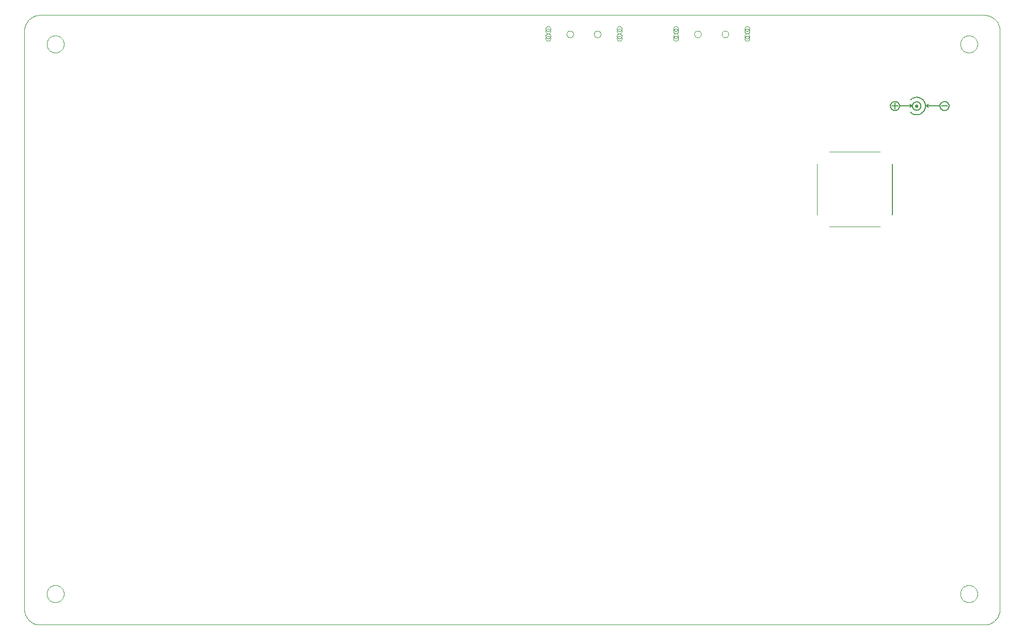
<source format=gbo>
G75*
%MOIN*%
%OFA0B0*%
%FSLAX24Y24*%
%IPPOS*%
%LPD*%
%AMOC8*
5,1,8,0,0,1.08239X$1,22.5*
%
%ADD10C,0.0000*%
%ADD11C,0.0050*%
%ADD12C,0.0080*%
D10*
X000350Y001350D02*
X000350Y038720D01*
X000352Y038780D01*
X000357Y038841D01*
X000366Y038900D01*
X000379Y038959D01*
X000395Y039018D01*
X000415Y039075D01*
X000438Y039130D01*
X000465Y039185D01*
X000494Y039237D01*
X000527Y039288D01*
X000563Y039337D01*
X000601Y039383D01*
X000643Y039427D01*
X000687Y039469D01*
X000733Y039507D01*
X000782Y039543D01*
X000833Y039576D01*
X000885Y039605D01*
X000940Y039632D01*
X000995Y039655D01*
X001052Y039675D01*
X001111Y039691D01*
X001170Y039704D01*
X001229Y039713D01*
X001290Y039718D01*
X001350Y039720D01*
X062342Y039720D01*
X062402Y039718D01*
X062463Y039713D01*
X062522Y039704D01*
X062581Y039691D01*
X062640Y039675D01*
X062697Y039655D01*
X062752Y039632D01*
X062807Y039605D01*
X062859Y039576D01*
X062910Y039543D01*
X062959Y039507D01*
X063005Y039469D01*
X063049Y039427D01*
X063091Y039383D01*
X063129Y039337D01*
X063165Y039288D01*
X063198Y039237D01*
X063227Y039185D01*
X063254Y039130D01*
X063277Y039075D01*
X063297Y039018D01*
X063313Y038959D01*
X063326Y038900D01*
X063335Y038841D01*
X063340Y038780D01*
X063342Y038720D01*
X063342Y001350D01*
X063340Y001290D01*
X063335Y001229D01*
X063326Y001170D01*
X063313Y001111D01*
X063297Y001052D01*
X063277Y000995D01*
X063254Y000940D01*
X063227Y000885D01*
X063198Y000833D01*
X063165Y000782D01*
X063129Y000733D01*
X063091Y000687D01*
X063049Y000643D01*
X063005Y000601D01*
X062959Y000563D01*
X062910Y000527D01*
X062859Y000494D01*
X062807Y000465D01*
X062752Y000438D01*
X062697Y000415D01*
X062640Y000395D01*
X062581Y000379D01*
X062522Y000366D01*
X062463Y000357D01*
X062402Y000352D01*
X062342Y000350D01*
X001350Y000350D01*
X001290Y000352D01*
X001229Y000357D01*
X001170Y000366D01*
X001111Y000379D01*
X001052Y000395D01*
X000995Y000415D01*
X000940Y000438D01*
X000885Y000465D01*
X000833Y000494D01*
X000782Y000527D01*
X000733Y000563D01*
X000687Y000601D01*
X000643Y000643D01*
X000601Y000687D01*
X000563Y000733D01*
X000527Y000782D01*
X000494Y000833D01*
X000465Y000885D01*
X000438Y000940D01*
X000415Y000995D01*
X000395Y001052D01*
X000379Y001111D01*
X000366Y001170D01*
X000357Y001229D01*
X000352Y001290D01*
X000350Y001350D01*
X001799Y002350D02*
X001801Y002397D01*
X001807Y002443D01*
X001817Y002489D01*
X001830Y002534D01*
X001848Y002577D01*
X001869Y002619D01*
X001893Y002659D01*
X001921Y002696D01*
X001952Y002731D01*
X001986Y002764D01*
X002022Y002793D01*
X002061Y002819D01*
X002102Y002842D01*
X002145Y002861D01*
X002189Y002877D01*
X002234Y002889D01*
X002280Y002897D01*
X002327Y002901D01*
X002373Y002901D01*
X002420Y002897D01*
X002466Y002889D01*
X002511Y002877D01*
X002555Y002861D01*
X002598Y002842D01*
X002639Y002819D01*
X002678Y002793D01*
X002714Y002764D01*
X002748Y002731D01*
X002779Y002696D01*
X002807Y002659D01*
X002831Y002619D01*
X002852Y002577D01*
X002870Y002534D01*
X002883Y002489D01*
X002893Y002443D01*
X002899Y002397D01*
X002901Y002350D01*
X002899Y002303D01*
X002893Y002257D01*
X002883Y002211D01*
X002870Y002166D01*
X002852Y002123D01*
X002831Y002081D01*
X002807Y002041D01*
X002779Y002004D01*
X002748Y001969D01*
X002714Y001936D01*
X002678Y001907D01*
X002639Y001881D01*
X002598Y001858D01*
X002555Y001839D01*
X002511Y001823D01*
X002466Y001811D01*
X002420Y001803D01*
X002373Y001799D01*
X002327Y001799D01*
X002280Y001803D01*
X002234Y001811D01*
X002189Y001823D01*
X002145Y001839D01*
X002102Y001858D01*
X002061Y001881D01*
X002022Y001907D01*
X001986Y001936D01*
X001952Y001969D01*
X001921Y002004D01*
X001893Y002041D01*
X001869Y002081D01*
X001848Y002123D01*
X001830Y002166D01*
X001817Y002211D01*
X001807Y002257D01*
X001801Y002303D01*
X001799Y002350D01*
X001799Y037850D02*
X001801Y037897D01*
X001807Y037943D01*
X001817Y037989D01*
X001830Y038034D01*
X001848Y038077D01*
X001869Y038119D01*
X001893Y038159D01*
X001921Y038196D01*
X001952Y038231D01*
X001986Y038264D01*
X002022Y038293D01*
X002061Y038319D01*
X002102Y038342D01*
X002145Y038361D01*
X002189Y038377D01*
X002234Y038389D01*
X002280Y038397D01*
X002327Y038401D01*
X002373Y038401D01*
X002420Y038397D01*
X002466Y038389D01*
X002511Y038377D01*
X002555Y038361D01*
X002598Y038342D01*
X002639Y038319D01*
X002678Y038293D01*
X002714Y038264D01*
X002748Y038231D01*
X002779Y038196D01*
X002807Y038159D01*
X002831Y038119D01*
X002852Y038077D01*
X002870Y038034D01*
X002883Y037989D01*
X002893Y037943D01*
X002899Y037897D01*
X002901Y037850D01*
X002899Y037803D01*
X002893Y037757D01*
X002883Y037711D01*
X002870Y037666D01*
X002852Y037623D01*
X002831Y037581D01*
X002807Y037541D01*
X002779Y037504D01*
X002748Y037469D01*
X002714Y037436D01*
X002678Y037407D01*
X002639Y037381D01*
X002598Y037358D01*
X002555Y037339D01*
X002511Y037323D01*
X002466Y037311D01*
X002420Y037303D01*
X002373Y037299D01*
X002327Y037299D01*
X002280Y037303D01*
X002234Y037311D01*
X002189Y037323D01*
X002145Y037339D01*
X002102Y037358D01*
X002061Y037381D01*
X002022Y037407D01*
X001986Y037436D01*
X001952Y037469D01*
X001921Y037504D01*
X001893Y037541D01*
X001869Y037581D01*
X001848Y037623D01*
X001830Y037666D01*
X001817Y037711D01*
X001807Y037757D01*
X001801Y037803D01*
X001799Y037850D01*
X034015Y038209D02*
X034017Y038234D01*
X034023Y038258D01*
X034032Y038280D01*
X034045Y038301D01*
X034061Y038320D01*
X034080Y038336D01*
X034101Y038349D01*
X034123Y038358D01*
X034147Y038364D01*
X034172Y038366D01*
X034197Y038364D01*
X034221Y038358D01*
X034243Y038349D01*
X034264Y038336D01*
X034283Y038320D01*
X034299Y038301D01*
X034312Y038280D01*
X034321Y038258D01*
X034327Y038234D01*
X034329Y038209D01*
X034327Y038184D01*
X034321Y038160D01*
X034312Y038138D01*
X034299Y038117D01*
X034283Y038098D01*
X034264Y038082D01*
X034243Y038069D01*
X034221Y038060D01*
X034197Y038054D01*
X034172Y038052D01*
X034147Y038054D01*
X034123Y038060D01*
X034101Y038069D01*
X034080Y038082D01*
X034061Y038098D01*
X034045Y038117D01*
X034032Y038138D01*
X034023Y038160D01*
X034017Y038184D01*
X034015Y038209D01*
X034015Y038367D02*
X034017Y038392D01*
X034023Y038416D01*
X034032Y038438D01*
X034045Y038459D01*
X034061Y038478D01*
X034080Y038494D01*
X034101Y038507D01*
X034123Y038516D01*
X034147Y038522D01*
X034172Y038524D01*
X034197Y038522D01*
X034221Y038516D01*
X034243Y038507D01*
X034264Y038494D01*
X034283Y038478D01*
X034299Y038459D01*
X034312Y038438D01*
X034321Y038416D01*
X034327Y038392D01*
X034329Y038367D01*
X034327Y038342D01*
X034321Y038318D01*
X034312Y038296D01*
X034299Y038275D01*
X034283Y038256D01*
X034264Y038240D01*
X034243Y038227D01*
X034221Y038218D01*
X034197Y038212D01*
X034172Y038210D01*
X034147Y038212D01*
X034123Y038218D01*
X034101Y038227D01*
X034080Y038240D01*
X034061Y038256D01*
X034045Y038275D01*
X034032Y038296D01*
X034023Y038318D01*
X034017Y038342D01*
X034015Y038367D01*
X034015Y038682D02*
X034017Y038707D01*
X034023Y038731D01*
X034032Y038753D01*
X034045Y038774D01*
X034061Y038793D01*
X034080Y038809D01*
X034101Y038822D01*
X034123Y038831D01*
X034147Y038837D01*
X034172Y038839D01*
X034197Y038837D01*
X034221Y038831D01*
X034243Y038822D01*
X034264Y038809D01*
X034283Y038793D01*
X034299Y038774D01*
X034312Y038753D01*
X034321Y038731D01*
X034327Y038707D01*
X034329Y038682D01*
X034327Y038657D01*
X034321Y038633D01*
X034312Y038611D01*
X034299Y038590D01*
X034283Y038571D01*
X034264Y038555D01*
X034243Y038542D01*
X034221Y038533D01*
X034197Y038527D01*
X034172Y038525D01*
X034147Y038527D01*
X034123Y038533D01*
X034101Y038542D01*
X034080Y038555D01*
X034061Y038571D01*
X034045Y038590D01*
X034032Y038611D01*
X034023Y038633D01*
X034017Y038657D01*
X034015Y038682D01*
X034015Y038839D02*
X034017Y038864D01*
X034023Y038888D01*
X034032Y038910D01*
X034045Y038931D01*
X034061Y038950D01*
X034080Y038966D01*
X034101Y038979D01*
X034123Y038988D01*
X034147Y038994D01*
X034172Y038996D01*
X034197Y038994D01*
X034221Y038988D01*
X034243Y038979D01*
X034264Y038966D01*
X034283Y038950D01*
X034299Y038931D01*
X034312Y038910D01*
X034321Y038888D01*
X034327Y038864D01*
X034329Y038839D01*
X034327Y038814D01*
X034321Y038790D01*
X034312Y038768D01*
X034299Y038747D01*
X034283Y038728D01*
X034264Y038712D01*
X034243Y038699D01*
X034221Y038690D01*
X034197Y038684D01*
X034172Y038682D01*
X034147Y038684D01*
X034123Y038690D01*
X034101Y038699D01*
X034080Y038712D01*
X034061Y038728D01*
X034045Y038747D01*
X034032Y038768D01*
X034023Y038790D01*
X034017Y038814D01*
X034015Y038839D01*
X035372Y038497D02*
X035374Y038526D01*
X035380Y038554D01*
X035389Y038582D01*
X035402Y038608D01*
X035419Y038631D01*
X035438Y038653D01*
X035460Y038672D01*
X035485Y038687D01*
X035511Y038700D01*
X035539Y038708D01*
X035567Y038713D01*
X035596Y038714D01*
X035625Y038711D01*
X035653Y038704D01*
X035680Y038694D01*
X035706Y038680D01*
X035729Y038663D01*
X035750Y038643D01*
X035768Y038620D01*
X035783Y038595D01*
X035794Y038568D01*
X035802Y038540D01*
X035806Y038511D01*
X035806Y038483D01*
X035802Y038454D01*
X035794Y038426D01*
X035783Y038399D01*
X035768Y038374D01*
X035750Y038351D01*
X035729Y038331D01*
X035706Y038314D01*
X035680Y038300D01*
X035653Y038290D01*
X035625Y038283D01*
X035596Y038280D01*
X035567Y038281D01*
X035539Y038286D01*
X035511Y038294D01*
X035485Y038307D01*
X035460Y038322D01*
X035438Y038341D01*
X035419Y038363D01*
X035402Y038386D01*
X035389Y038412D01*
X035380Y038440D01*
X035374Y038468D01*
X035372Y038497D01*
X037144Y038497D02*
X037146Y038526D01*
X037152Y038554D01*
X037161Y038582D01*
X037174Y038608D01*
X037191Y038631D01*
X037210Y038653D01*
X037232Y038672D01*
X037257Y038687D01*
X037283Y038700D01*
X037311Y038708D01*
X037339Y038713D01*
X037368Y038714D01*
X037397Y038711D01*
X037425Y038704D01*
X037452Y038694D01*
X037478Y038680D01*
X037501Y038663D01*
X037522Y038643D01*
X037540Y038620D01*
X037555Y038595D01*
X037566Y038568D01*
X037574Y038540D01*
X037578Y038511D01*
X037578Y038483D01*
X037574Y038454D01*
X037566Y038426D01*
X037555Y038399D01*
X037540Y038374D01*
X037522Y038351D01*
X037501Y038331D01*
X037478Y038314D01*
X037452Y038300D01*
X037425Y038290D01*
X037397Y038283D01*
X037368Y038280D01*
X037339Y038281D01*
X037311Y038286D01*
X037283Y038294D01*
X037257Y038307D01*
X037232Y038322D01*
X037210Y038341D01*
X037191Y038363D01*
X037174Y038386D01*
X037161Y038412D01*
X037152Y038440D01*
X037146Y038468D01*
X037144Y038497D01*
X038621Y038367D02*
X038623Y038392D01*
X038629Y038416D01*
X038638Y038438D01*
X038651Y038459D01*
X038667Y038478D01*
X038686Y038494D01*
X038707Y038507D01*
X038729Y038516D01*
X038753Y038522D01*
X038778Y038524D01*
X038803Y038522D01*
X038827Y038516D01*
X038849Y038507D01*
X038870Y038494D01*
X038889Y038478D01*
X038905Y038459D01*
X038918Y038438D01*
X038927Y038416D01*
X038933Y038392D01*
X038935Y038367D01*
X038933Y038342D01*
X038927Y038318D01*
X038918Y038296D01*
X038905Y038275D01*
X038889Y038256D01*
X038870Y038240D01*
X038849Y038227D01*
X038827Y038218D01*
X038803Y038212D01*
X038778Y038210D01*
X038753Y038212D01*
X038729Y038218D01*
X038707Y038227D01*
X038686Y038240D01*
X038667Y038256D01*
X038651Y038275D01*
X038638Y038296D01*
X038629Y038318D01*
X038623Y038342D01*
X038621Y038367D01*
X038621Y038209D02*
X038623Y038234D01*
X038629Y038258D01*
X038638Y038280D01*
X038651Y038301D01*
X038667Y038320D01*
X038686Y038336D01*
X038707Y038349D01*
X038729Y038358D01*
X038753Y038364D01*
X038778Y038366D01*
X038803Y038364D01*
X038827Y038358D01*
X038849Y038349D01*
X038870Y038336D01*
X038889Y038320D01*
X038905Y038301D01*
X038918Y038280D01*
X038927Y038258D01*
X038933Y038234D01*
X038935Y038209D01*
X038933Y038184D01*
X038927Y038160D01*
X038918Y038138D01*
X038905Y038117D01*
X038889Y038098D01*
X038870Y038082D01*
X038849Y038069D01*
X038827Y038060D01*
X038803Y038054D01*
X038778Y038052D01*
X038753Y038054D01*
X038729Y038060D01*
X038707Y038069D01*
X038686Y038082D01*
X038667Y038098D01*
X038651Y038117D01*
X038638Y038138D01*
X038629Y038160D01*
X038623Y038184D01*
X038621Y038209D01*
X038621Y038682D02*
X038623Y038707D01*
X038629Y038731D01*
X038638Y038753D01*
X038651Y038774D01*
X038667Y038793D01*
X038686Y038809D01*
X038707Y038822D01*
X038729Y038831D01*
X038753Y038837D01*
X038778Y038839D01*
X038803Y038837D01*
X038827Y038831D01*
X038849Y038822D01*
X038870Y038809D01*
X038889Y038793D01*
X038905Y038774D01*
X038918Y038753D01*
X038927Y038731D01*
X038933Y038707D01*
X038935Y038682D01*
X038933Y038657D01*
X038927Y038633D01*
X038918Y038611D01*
X038905Y038590D01*
X038889Y038571D01*
X038870Y038555D01*
X038849Y038542D01*
X038827Y038533D01*
X038803Y038527D01*
X038778Y038525D01*
X038753Y038527D01*
X038729Y038533D01*
X038707Y038542D01*
X038686Y038555D01*
X038667Y038571D01*
X038651Y038590D01*
X038638Y038611D01*
X038629Y038633D01*
X038623Y038657D01*
X038621Y038682D01*
X038621Y038839D02*
X038623Y038864D01*
X038629Y038888D01*
X038638Y038910D01*
X038651Y038931D01*
X038667Y038950D01*
X038686Y038966D01*
X038707Y038979D01*
X038729Y038988D01*
X038753Y038994D01*
X038778Y038996D01*
X038803Y038994D01*
X038827Y038988D01*
X038849Y038979D01*
X038870Y038966D01*
X038889Y038950D01*
X038905Y038931D01*
X038918Y038910D01*
X038927Y038888D01*
X038933Y038864D01*
X038935Y038839D01*
X038933Y038814D01*
X038927Y038790D01*
X038918Y038768D01*
X038905Y038747D01*
X038889Y038728D01*
X038870Y038712D01*
X038849Y038699D01*
X038827Y038690D01*
X038803Y038684D01*
X038778Y038682D01*
X038753Y038684D01*
X038729Y038690D01*
X038707Y038699D01*
X038686Y038712D01*
X038667Y038728D01*
X038651Y038747D01*
X038638Y038768D01*
X038629Y038790D01*
X038623Y038814D01*
X038621Y038839D01*
X042265Y038839D02*
X042267Y038864D01*
X042273Y038888D01*
X042282Y038910D01*
X042295Y038931D01*
X042311Y038950D01*
X042330Y038966D01*
X042351Y038979D01*
X042373Y038988D01*
X042397Y038994D01*
X042422Y038996D01*
X042447Y038994D01*
X042471Y038988D01*
X042493Y038979D01*
X042514Y038966D01*
X042533Y038950D01*
X042549Y038931D01*
X042562Y038910D01*
X042571Y038888D01*
X042577Y038864D01*
X042579Y038839D01*
X042577Y038814D01*
X042571Y038790D01*
X042562Y038768D01*
X042549Y038747D01*
X042533Y038728D01*
X042514Y038712D01*
X042493Y038699D01*
X042471Y038690D01*
X042447Y038684D01*
X042422Y038682D01*
X042397Y038684D01*
X042373Y038690D01*
X042351Y038699D01*
X042330Y038712D01*
X042311Y038728D01*
X042295Y038747D01*
X042282Y038768D01*
X042273Y038790D01*
X042267Y038814D01*
X042265Y038839D01*
X042265Y038682D02*
X042267Y038707D01*
X042273Y038731D01*
X042282Y038753D01*
X042295Y038774D01*
X042311Y038793D01*
X042330Y038809D01*
X042351Y038822D01*
X042373Y038831D01*
X042397Y038837D01*
X042422Y038839D01*
X042447Y038837D01*
X042471Y038831D01*
X042493Y038822D01*
X042514Y038809D01*
X042533Y038793D01*
X042549Y038774D01*
X042562Y038753D01*
X042571Y038731D01*
X042577Y038707D01*
X042579Y038682D01*
X042577Y038657D01*
X042571Y038633D01*
X042562Y038611D01*
X042549Y038590D01*
X042533Y038571D01*
X042514Y038555D01*
X042493Y038542D01*
X042471Y038533D01*
X042447Y038527D01*
X042422Y038525D01*
X042397Y038527D01*
X042373Y038533D01*
X042351Y038542D01*
X042330Y038555D01*
X042311Y038571D01*
X042295Y038590D01*
X042282Y038611D01*
X042273Y038633D01*
X042267Y038657D01*
X042265Y038682D01*
X042265Y038367D02*
X042267Y038392D01*
X042273Y038416D01*
X042282Y038438D01*
X042295Y038459D01*
X042311Y038478D01*
X042330Y038494D01*
X042351Y038507D01*
X042373Y038516D01*
X042397Y038522D01*
X042422Y038524D01*
X042447Y038522D01*
X042471Y038516D01*
X042493Y038507D01*
X042514Y038494D01*
X042533Y038478D01*
X042549Y038459D01*
X042562Y038438D01*
X042571Y038416D01*
X042577Y038392D01*
X042579Y038367D01*
X042577Y038342D01*
X042571Y038318D01*
X042562Y038296D01*
X042549Y038275D01*
X042533Y038256D01*
X042514Y038240D01*
X042493Y038227D01*
X042471Y038218D01*
X042447Y038212D01*
X042422Y038210D01*
X042397Y038212D01*
X042373Y038218D01*
X042351Y038227D01*
X042330Y038240D01*
X042311Y038256D01*
X042295Y038275D01*
X042282Y038296D01*
X042273Y038318D01*
X042267Y038342D01*
X042265Y038367D01*
X042265Y038209D02*
X042267Y038234D01*
X042273Y038258D01*
X042282Y038280D01*
X042295Y038301D01*
X042311Y038320D01*
X042330Y038336D01*
X042351Y038349D01*
X042373Y038358D01*
X042397Y038364D01*
X042422Y038366D01*
X042447Y038364D01*
X042471Y038358D01*
X042493Y038349D01*
X042514Y038336D01*
X042533Y038320D01*
X042549Y038301D01*
X042562Y038280D01*
X042571Y038258D01*
X042577Y038234D01*
X042579Y038209D01*
X042577Y038184D01*
X042571Y038160D01*
X042562Y038138D01*
X042549Y038117D01*
X042533Y038098D01*
X042514Y038082D01*
X042493Y038069D01*
X042471Y038060D01*
X042447Y038054D01*
X042422Y038052D01*
X042397Y038054D01*
X042373Y038060D01*
X042351Y038069D01*
X042330Y038082D01*
X042311Y038098D01*
X042295Y038117D01*
X042282Y038138D01*
X042273Y038160D01*
X042267Y038184D01*
X042265Y038209D01*
X043622Y038497D02*
X043624Y038526D01*
X043630Y038554D01*
X043639Y038582D01*
X043652Y038608D01*
X043669Y038631D01*
X043688Y038653D01*
X043710Y038672D01*
X043735Y038687D01*
X043761Y038700D01*
X043789Y038708D01*
X043817Y038713D01*
X043846Y038714D01*
X043875Y038711D01*
X043903Y038704D01*
X043930Y038694D01*
X043956Y038680D01*
X043979Y038663D01*
X044000Y038643D01*
X044018Y038620D01*
X044033Y038595D01*
X044044Y038568D01*
X044052Y038540D01*
X044056Y038511D01*
X044056Y038483D01*
X044052Y038454D01*
X044044Y038426D01*
X044033Y038399D01*
X044018Y038374D01*
X044000Y038351D01*
X043979Y038331D01*
X043956Y038314D01*
X043930Y038300D01*
X043903Y038290D01*
X043875Y038283D01*
X043846Y038280D01*
X043817Y038281D01*
X043789Y038286D01*
X043761Y038294D01*
X043735Y038307D01*
X043710Y038322D01*
X043688Y038341D01*
X043669Y038363D01*
X043652Y038386D01*
X043639Y038412D01*
X043630Y038440D01*
X043624Y038468D01*
X043622Y038497D01*
X045394Y038497D02*
X045396Y038526D01*
X045402Y038554D01*
X045411Y038582D01*
X045424Y038608D01*
X045441Y038631D01*
X045460Y038653D01*
X045482Y038672D01*
X045507Y038687D01*
X045533Y038700D01*
X045561Y038708D01*
X045589Y038713D01*
X045618Y038714D01*
X045647Y038711D01*
X045675Y038704D01*
X045702Y038694D01*
X045728Y038680D01*
X045751Y038663D01*
X045772Y038643D01*
X045790Y038620D01*
X045805Y038595D01*
X045816Y038568D01*
X045824Y038540D01*
X045828Y038511D01*
X045828Y038483D01*
X045824Y038454D01*
X045816Y038426D01*
X045805Y038399D01*
X045790Y038374D01*
X045772Y038351D01*
X045751Y038331D01*
X045728Y038314D01*
X045702Y038300D01*
X045675Y038290D01*
X045647Y038283D01*
X045618Y038280D01*
X045589Y038281D01*
X045561Y038286D01*
X045533Y038294D01*
X045507Y038307D01*
X045482Y038322D01*
X045460Y038341D01*
X045441Y038363D01*
X045424Y038386D01*
X045411Y038412D01*
X045402Y038440D01*
X045396Y038468D01*
X045394Y038497D01*
X046871Y038367D02*
X046873Y038392D01*
X046879Y038416D01*
X046888Y038438D01*
X046901Y038459D01*
X046917Y038478D01*
X046936Y038494D01*
X046957Y038507D01*
X046979Y038516D01*
X047003Y038522D01*
X047028Y038524D01*
X047053Y038522D01*
X047077Y038516D01*
X047099Y038507D01*
X047120Y038494D01*
X047139Y038478D01*
X047155Y038459D01*
X047168Y038438D01*
X047177Y038416D01*
X047183Y038392D01*
X047185Y038367D01*
X047183Y038342D01*
X047177Y038318D01*
X047168Y038296D01*
X047155Y038275D01*
X047139Y038256D01*
X047120Y038240D01*
X047099Y038227D01*
X047077Y038218D01*
X047053Y038212D01*
X047028Y038210D01*
X047003Y038212D01*
X046979Y038218D01*
X046957Y038227D01*
X046936Y038240D01*
X046917Y038256D01*
X046901Y038275D01*
X046888Y038296D01*
X046879Y038318D01*
X046873Y038342D01*
X046871Y038367D01*
X046871Y038209D02*
X046873Y038234D01*
X046879Y038258D01*
X046888Y038280D01*
X046901Y038301D01*
X046917Y038320D01*
X046936Y038336D01*
X046957Y038349D01*
X046979Y038358D01*
X047003Y038364D01*
X047028Y038366D01*
X047053Y038364D01*
X047077Y038358D01*
X047099Y038349D01*
X047120Y038336D01*
X047139Y038320D01*
X047155Y038301D01*
X047168Y038280D01*
X047177Y038258D01*
X047183Y038234D01*
X047185Y038209D01*
X047183Y038184D01*
X047177Y038160D01*
X047168Y038138D01*
X047155Y038117D01*
X047139Y038098D01*
X047120Y038082D01*
X047099Y038069D01*
X047077Y038060D01*
X047053Y038054D01*
X047028Y038052D01*
X047003Y038054D01*
X046979Y038060D01*
X046957Y038069D01*
X046936Y038082D01*
X046917Y038098D01*
X046901Y038117D01*
X046888Y038138D01*
X046879Y038160D01*
X046873Y038184D01*
X046871Y038209D01*
X046871Y038682D02*
X046873Y038707D01*
X046879Y038731D01*
X046888Y038753D01*
X046901Y038774D01*
X046917Y038793D01*
X046936Y038809D01*
X046957Y038822D01*
X046979Y038831D01*
X047003Y038837D01*
X047028Y038839D01*
X047053Y038837D01*
X047077Y038831D01*
X047099Y038822D01*
X047120Y038809D01*
X047139Y038793D01*
X047155Y038774D01*
X047168Y038753D01*
X047177Y038731D01*
X047183Y038707D01*
X047185Y038682D01*
X047183Y038657D01*
X047177Y038633D01*
X047168Y038611D01*
X047155Y038590D01*
X047139Y038571D01*
X047120Y038555D01*
X047099Y038542D01*
X047077Y038533D01*
X047053Y038527D01*
X047028Y038525D01*
X047003Y038527D01*
X046979Y038533D01*
X046957Y038542D01*
X046936Y038555D01*
X046917Y038571D01*
X046901Y038590D01*
X046888Y038611D01*
X046879Y038633D01*
X046873Y038657D01*
X046871Y038682D01*
X046871Y038839D02*
X046873Y038864D01*
X046879Y038888D01*
X046888Y038910D01*
X046901Y038931D01*
X046917Y038950D01*
X046936Y038966D01*
X046957Y038979D01*
X046979Y038988D01*
X047003Y038994D01*
X047028Y038996D01*
X047053Y038994D01*
X047077Y038988D01*
X047099Y038979D01*
X047120Y038966D01*
X047139Y038950D01*
X047155Y038931D01*
X047168Y038910D01*
X047177Y038888D01*
X047183Y038864D01*
X047185Y038839D01*
X047183Y038814D01*
X047177Y038790D01*
X047168Y038768D01*
X047155Y038747D01*
X047139Y038728D01*
X047120Y038712D01*
X047099Y038699D01*
X047077Y038690D01*
X047053Y038684D01*
X047028Y038682D01*
X047003Y038684D01*
X046979Y038690D01*
X046957Y038699D01*
X046936Y038712D01*
X046917Y038728D01*
X046901Y038747D01*
X046888Y038768D01*
X046879Y038790D01*
X046873Y038814D01*
X046871Y038839D01*
X052341Y030896D02*
X055609Y030896D01*
X051554Y030109D02*
X051554Y026841D01*
X052341Y026054D02*
X055609Y026054D01*
X060799Y037850D02*
X060801Y037897D01*
X060807Y037943D01*
X060817Y037989D01*
X060830Y038034D01*
X060848Y038077D01*
X060869Y038119D01*
X060893Y038159D01*
X060921Y038196D01*
X060952Y038231D01*
X060986Y038264D01*
X061022Y038293D01*
X061061Y038319D01*
X061102Y038342D01*
X061145Y038361D01*
X061189Y038377D01*
X061234Y038389D01*
X061280Y038397D01*
X061327Y038401D01*
X061373Y038401D01*
X061420Y038397D01*
X061466Y038389D01*
X061511Y038377D01*
X061555Y038361D01*
X061598Y038342D01*
X061639Y038319D01*
X061678Y038293D01*
X061714Y038264D01*
X061748Y038231D01*
X061779Y038196D01*
X061807Y038159D01*
X061831Y038119D01*
X061852Y038077D01*
X061870Y038034D01*
X061883Y037989D01*
X061893Y037943D01*
X061899Y037897D01*
X061901Y037850D01*
X061899Y037803D01*
X061893Y037757D01*
X061883Y037711D01*
X061870Y037666D01*
X061852Y037623D01*
X061831Y037581D01*
X061807Y037541D01*
X061779Y037504D01*
X061748Y037469D01*
X061714Y037436D01*
X061678Y037407D01*
X061639Y037381D01*
X061598Y037358D01*
X061555Y037339D01*
X061511Y037323D01*
X061466Y037311D01*
X061420Y037303D01*
X061373Y037299D01*
X061327Y037299D01*
X061280Y037303D01*
X061234Y037311D01*
X061189Y037323D01*
X061145Y037339D01*
X061102Y037358D01*
X061061Y037381D01*
X061022Y037407D01*
X060986Y037436D01*
X060952Y037469D01*
X060921Y037504D01*
X060893Y037541D01*
X060869Y037581D01*
X060848Y037623D01*
X060830Y037666D01*
X060817Y037711D01*
X060807Y037757D01*
X060801Y037803D01*
X060799Y037850D01*
X060799Y002350D02*
X060801Y002397D01*
X060807Y002443D01*
X060817Y002489D01*
X060830Y002534D01*
X060848Y002577D01*
X060869Y002619D01*
X060893Y002659D01*
X060921Y002696D01*
X060952Y002731D01*
X060986Y002764D01*
X061022Y002793D01*
X061061Y002819D01*
X061102Y002842D01*
X061145Y002861D01*
X061189Y002877D01*
X061234Y002889D01*
X061280Y002897D01*
X061327Y002901D01*
X061373Y002901D01*
X061420Y002897D01*
X061466Y002889D01*
X061511Y002877D01*
X061555Y002861D01*
X061598Y002842D01*
X061639Y002819D01*
X061678Y002793D01*
X061714Y002764D01*
X061748Y002731D01*
X061779Y002696D01*
X061807Y002659D01*
X061831Y002619D01*
X061852Y002577D01*
X061870Y002534D01*
X061883Y002489D01*
X061893Y002443D01*
X061899Y002397D01*
X061901Y002350D01*
X061899Y002303D01*
X061893Y002257D01*
X061883Y002211D01*
X061870Y002166D01*
X061852Y002123D01*
X061831Y002081D01*
X061807Y002041D01*
X061779Y002004D01*
X061748Y001969D01*
X061714Y001936D01*
X061678Y001907D01*
X061639Y001881D01*
X061598Y001858D01*
X061555Y001839D01*
X061511Y001823D01*
X061466Y001811D01*
X061420Y001803D01*
X061373Y001799D01*
X061327Y001799D01*
X061280Y001803D01*
X061234Y001811D01*
X061189Y001823D01*
X061145Y001839D01*
X061102Y001858D01*
X061061Y001881D01*
X061022Y001907D01*
X060986Y001936D01*
X060952Y001969D01*
X060921Y002004D01*
X060893Y002041D01*
X060869Y002081D01*
X060848Y002123D01*
X060830Y002166D01*
X060817Y002211D01*
X060807Y002257D01*
X060801Y002303D01*
X060799Y002350D01*
D11*
X056575Y033650D02*
X056575Y034050D01*
X056283Y033850D02*
X056285Y033884D01*
X056291Y033917D01*
X056301Y033950D01*
X056314Y033981D01*
X056331Y034010D01*
X056351Y034038D01*
X056375Y034062D01*
X056401Y034084D01*
X056429Y034103D01*
X056459Y034118D01*
X056491Y034130D01*
X056524Y034138D01*
X056558Y034142D01*
X056592Y034142D01*
X056626Y034138D01*
X056659Y034130D01*
X056691Y034118D01*
X056721Y034103D01*
X056749Y034084D01*
X056775Y034062D01*
X056799Y034038D01*
X056819Y034010D01*
X056836Y033981D01*
X056849Y033950D01*
X056859Y033917D01*
X056865Y033884D01*
X056867Y033850D01*
X056865Y033816D01*
X056859Y033783D01*
X056849Y033750D01*
X056836Y033719D01*
X056819Y033690D01*
X056799Y033662D01*
X056775Y033638D01*
X056749Y033616D01*
X056721Y033597D01*
X056691Y033582D01*
X056659Y033570D01*
X056626Y033562D01*
X056592Y033558D01*
X056558Y033558D01*
X056524Y033562D01*
X056491Y033570D01*
X056459Y033582D01*
X056429Y033597D01*
X056401Y033616D01*
X056375Y033638D01*
X056351Y033662D01*
X056331Y033690D01*
X056314Y033719D01*
X056301Y033750D01*
X056291Y033783D01*
X056285Y033816D01*
X056283Y033850D01*
X056375Y033850D02*
X056775Y033850D01*
X056875Y033850D02*
X057675Y033850D01*
X057525Y033950D01*
X057675Y033850D02*
X057525Y033750D01*
X057925Y033850D02*
X057975Y033800D01*
X058025Y033850D01*
X057975Y033900D01*
X057925Y033850D01*
X058025Y033850D01*
X057904Y033850D02*
X057906Y033866D01*
X057912Y033882D01*
X057921Y033896D01*
X057933Y033907D01*
X057947Y033915D01*
X057963Y033920D01*
X057979Y033921D01*
X057995Y033918D01*
X058010Y033911D01*
X058024Y033902D01*
X058034Y033889D01*
X058042Y033874D01*
X058046Y033858D01*
X058046Y033842D01*
X058042Y033826D01*
X058034Y033811D01*
X058024Y033798D01*
X058011Y033789D01*
X057995Y033782D01*
X057979Y033779D01*
X057963Y033780D01*
X057947Y033785D01*
X057933Y033793D01*
X057921Y033804D01*
X057912Y033818D01*
X057906Y033834D01*
X057904Y033850D01*
X057706Y033850D02*
X057708Y033882D01*
X057714Y033914D01*
X057723Y033945D01*
X057737Y033975D01*
X057754Y034003D01*
X057774Y034028D01*
X057797Y034051D01*
X057822Y034071D01*
X057850Y034088D01*
X057880Y034102D01*
X057911Y034111D01*
X057943Y034117D01*
X057975Y034119D01*
X058007Y034117D01*
X058039Y034111D01*
X058070Y034102D01*
X058100Y034088D01*
X058128Y034071D01*
X058153Y034051D01*
X058176Y034028D01*
X058196Y034003D01*
X058213Y033975D01*
X058227Y033945D01*
X058236Y033914D01*
X058242Y033882D01*
X058244Y033850D01*
X058242Y033818D01*
X058236Y033786D01*
X058227Y033755D01*
X058213Y033725D01*
X058196Y033697D01*
X058176Y033672D01*
X058153Y033649D01*
X058128Y033629D01*
X058100Y033612D01*
X058070Y033598D01*
X058039Y033589D01*
X058007Y033583D01*
X057975Y033581D01*
X057943Y033583D01*
X057911Y033589D01*
X057880Y033598D01*
X057850Y033612D01*
X057822Y033629D01*
X057797Y033649D01*
X057774Y033672D01*
X057754Y033697D01*
X057737Y033725D01*
X057723Y033755D01*
X057714Y033786D01*
X057708Y033818D01*
X057706Y033850D01*
X057904Y033850D02*
X057906Y033866D01*
X057912Y033882D01*
X057921Y033896D01*
X057933Y033907D01*
X057947Y033915D01*
X057963Y033920D01*
X057979Y033921D01*
X057995Y033918D01*
X058010Y033911D01*
X058024Y033902D01*
X058034Y033889D01*
X058042Y033874D01*
X058046Y033858D01*
X058046Y033842D01*
X058042Y033826D01*
X058034Y033811D01*
X058024Y033798D01*
X058011Y033789D01*
X057995Y033782D01*
X057979Y033779D01*
X057963Y033780D01*
X057947Y033785D01*
X057933Y033793D01*
X057921Y033804D01*
X057912Y033818D01*
X057906Y033834D01*
X057904Y033850D01*
X057706Y033850D02*
X057708Y033882D01*
X057714Y033914D01*
X057723Y033945D01*
X057737Y033975D01*
X057754Y034003D01*
X057774Y034028D01*
X057797Y034051D01*
X057822Y034071D01*
X057850Y034088D01*
X057880Y034102D01*
X057911Y034111D01*
X057943Y034117D01*
X057975Y034119D01*
X058007Y034117D01*
X058039Y034111D01*
X058070Y034102D01*
X058100Y034088D01*
X058128Y034071D01*
X058153Y034051D01*
X058176Y034028D01*
X058196Y034003D01*
X058213Y033975D01*
X058227Y033945D01*
X058236Y033914D01*
X058242Y033882D01*
X058244Y033850D01*
X058242Y033818D01*
X058236Y033786D01*
X058227Y033755D01*
X058213Y033725D01*
X058196Y033697D01*
X058176Y033672D01*
X058153Y033649D01*
X058128Y033629D01*
X058100Y033612D01*
X058070Y033598D01*
X058039Y033589D01*
X058007Y033583D01*
X057975Y033581D01*
X057943Y033583D01*
X057911Y033589D01*
X057880Y033598D01*
X057850Y033612D01*
X057822Y033629D01*
X057797Y033649D01*
X057774Y033672D01*
X057754Y033697D01*
X057737Y033725D01*
X057723Y033755D01*
X057714Y033786D01*
X057708Y033818D01*
X057706Y033850D01*
X057575Y033450D02*
X057609Y033418D01*
X057646Y033389D01*
X057685Y033364D01*
X057726Y033342D01*
X057769Y033323D01*
X057813Y033308D01*
X057859Y033296D01*
X057905Y033288D01*
X057952Y033284D01*
X057998Y033284D01*
X058045Y033288D01*
X058091Y033296D01*
X058137Y033308D01*
X058181Y033323D01*
X058224Y033342D01*
X058265Y033364D01*
X058304Y033389D01*
X058341Y033418D01*
X058375Y033450D01*
X058407Y033484D01*
X058436Y033521D01*
X058461Y033560D01*
X058483Y033601D01*
X058502Y033644D01*
X058517Y033688D01*
X058529Y033734D01*
X058537Y033780D01*
X058541Y033827D01*
X058541Y033873D01*
X058537Y033920D01*
X058529Y033966D01*
X058517Y034012D01*
X058502Y034056D01*
X058483Y034099D01*
X058461Y034140D01*
X058436Y034179D01*
X058407Y034216D01*
X058375Y034250D01*
X058341Y034282D01*
X058304Y034311D01*
X058265Y034336D01*
X058224Y034358D01*
X058181Y034377D01*
X058137Y034392D01*
X058091Y034404D01*
X058045Y034412D01*
X057998Y034416D01*
X057952Y034416D01*
X057905Y034412D01*
X057859Y034404D01*
X057813Y034392D01*
X057769Y034377D01*
X057726Y034358D01*
X057685Y034336D01*
X057646Y034311D01*
X057609Y034282D01*
X057575Y034250D01*
X057609Y034282D01*
X057646Y034311D01*
X057685Y034336D01*
X057726Y034358D01*
X057769Y034377D01*
X057813Y034392D01*
X057859Y034404D01*
X057905Y034412D01*
X057952Y034416D01*
X057998Y034416D01*
X058045Y034412D01*
X058091Y034404D01*
X058137Y034392D01*
X058181Y034377D01*
X058224Y034358D01*
X058265Y034336D01*
X058304Y034311D01*
X058341Y034282D01*
X058375Y034250D01*
X058407Y034216D01*
X058436Y034179D01*
X058461Y034140D01*
X058483Y034099D01*
X058502Y034056D01*
X058517Y034012D01*
X058529Y033966D01*
X058537Y033920D01*
X058541Y033873D01*
X058541Y033827D01*
X058537Y033780D01*
X058529Y033734D01*
X058517Y033688D01*
X058502Y033644D01*
X058483Y033601D01*
X058461Y033560D01*
X058436Y033521D01*
X058407Y033484D01*
X058375Y033450D01*
X058341Y033418D01*
X058304Y033389D01*
X058265Y033364D01*
X058224Y033342D01*
X058181Y033323D01*
X058137Y033308D01*
X058091Y033296D01*
X058045Y033288D01*
X057998Y033284D01*
X057952Y033284D01*
X057905Y033288D01*
X057859Y033296D01*
X057813Y033308D01*
X057769Y033323D01*
X057726Y033342D01*
X057685Y033364D01*
X057646Y033389D01*
X057609Y033418D01*
X057575Y033450D01*
X058575Y033850D02*
X058725Y033950D01*
X058575Y033850D02*
X058725Y033750D01*
X058575Y033850D02*
X059475Y033850D01*
X059575Y033850D02*
X059975Y033850D01*
X059483Y033850D02*
X059485Y033884D01*
X059491Y033917D01*
X059501Y033950D01*
X059514Y033981D01*
X059531Y034010D01*
X059551Y034038D01*
X059575Y034062D01*
X059601Y034084D01*
X059629Y034103D01*
X059659Y034118D01*
X059691Y034130D01*
X059724Y034138D01*
X059758Y034142D01*
X059792Y034142D01*
X059826Y034138D01*
X059859Y034130D01*
X059891Y034118D01*
X059921Y034103D01*
X059949Y034084D01*
X059975Y034062D01*
X059999Y034038D01*
X060019Y034010D01*
X060036Y033981D01*
X060049Y033950D01*
X060059Y033917D01*
X060065Y033884D01*
X060067Y033850D01*
X060065Y033816D01*
X060059Y033783D01*
X060049Y033750D01*
X060036Y033719D01*
X060019Y033690D01*
X059999Y033662D01*
X059975Y033638D01*
X059949Y033616D01*
X059921Y033597D01*
X059891Y033582D01*
X059859Y033570D01*
X059826Y033562D01*
X059792Y033558D01*
X059758Y033558D01*
X059724Y033562D01*
X059691Y033570D01*
X059659Y033582D01*
X059629Y033597D01*
X059601Y033616D01*
X059575Y033638D01*
X059551Y033662D01*
X059531Y033690D01*
X059514Y033719D01*
X059501Y033750D01*
X059491Y033783D01*
X059485Y033816D01*
X059483Y033850D01*
X059485Y033884D01*
X059491Y033917D01*
X059501Y033950D01*
X059514Y033981D01*
X059531Y034010D01*
X059551Y034038D01*
X059575Y034062D01*
X059601Y034084D01*
X059629Y034103D01*
X059659Y034118D01*
X059691Y034130D01*
X059724Y034138D01*
X059758Y034142D01*
X059792Y034142D01*
X059826Y034138D01*
X059859Y034130D01*
X059891Y034118D01*
X059921Y034103D01*
X059949Y034084D01*
X059975Y034062D01*
X059999Y034038D01*
X060019Y034010D01*
X060036Y033981D01*
X060049Y033950D01*
X060059Y033917D01*
X060065Y033884D01*
X060067Y033850D01*
X060065Y033816D01*
X060059Y033783D01*
X060049Y033750D01*
X060036Y033719D01*
X060019Y033690D01*
X059999Y033662D01*
X059975Y033638D01*
X059949Y033616D01*
X059921Y033597D01*
X059891Y033582D01*
X059859Y033570D01*
X059826Y033562D01*
X059792Y033558D01*
X059758Y033558D01*
X059724Y033562D01*
X059691Y033570D01*
X059659Y033582D01*
X059629Y033597D01*
X059601Y033616D01*
X059575Y033638D01*
X059551Y033662D01*
X059531Y033690D01*
X059514Y033719D01*
X059501Y033750D01*
X059491Y033783D01*
X059485Y033816D01*
X059483Y033850D01*
X056283Y033850D02*
X056285Y033884D01*
X056291Y033917D01*
X056301Y033950D01*
X056314Y033981D01*
X056331Y034010D01*
X056351Y034038D01*
X056375Y034062D01*
X056401Y034084D01*
X056429Y034103D01*
X056459Y034118D01*
X056491Y034130D01*
X056524Y034138D01*
X056558Y034142D01*
X056592Y034142D01*
X056626Y034138D01*
X056659Y034130D01*
X056691Y034118D01*
X056721Y034103D01*
X056749Y034084D01*
X056775Y034062D01*
X056799Y034038D01*
X056819Y034010D01*
X056836Y033981D01*
X056849Y033950D01*
X056859Y033917D01*
X056865Y033884D01*
X056867Y033850D01*
X056865Y033816D01*
X056859Y033783D01*
X056849Y033750D01*
X056836Y033719D01*
X056819Y033690D01*
X056799Y033662D01*
X056775Y033638D01*
X056749Y033616D01*
X056721Y033597D01*
X056691Y033582D01*
X056659Y033570D01*
X056626Y033562D01*
X056592Y033558D01*
X056558Y033558D01*
X056524Y033562D01*
X056491Y033570D01*
X056459Y033582D01*
X056429Y033597D01*
X056401Y033616D01*
X056375Y033638D01*
X056351Y033662D01*
X056331Y033690D01*
X056314Y033719D01*
X056301Y033750D01*
X056291Y033783D01*
X056285Y033816D01*
X056283Y033850D01*
D12*
X056396Y030109D02*
X056396Y026841D01*
M02*

</source>
